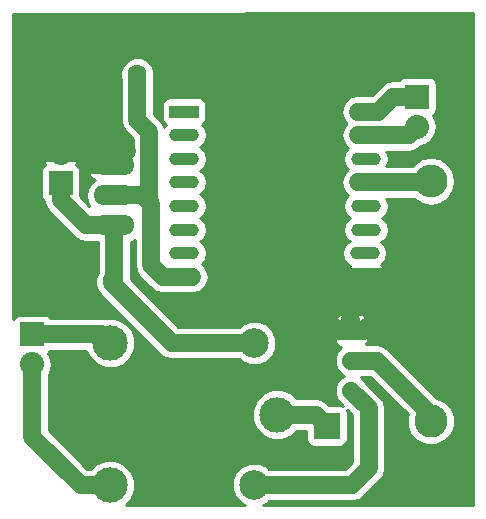
<source format=gbr>
G04 #@! TF.FileFunction,Copper,L2,Bot,Signal*
%FSLAX46Y46*%
G04 Gerber Fmt 4.6, Leading zero omitted, Abs format (unit mm)*
G04 Created by KiCad (PCBNEW 4.0.2+dfsg1-stable) date mar 17 ene 2017 15:42:20 COT*
%MOMM*%
G01*
G04 APERTURE LIST*
%ADD10C,0.100000*%
%ADD11R,2.500000X1.100000*%
%ADD12O,2.500000X1.100000*%
%ADD13C,1.600000*%
%ADD14R,2.032000X2.032000*%
%ADD15O,2.032000X2.032000*%
%ADD16C,2.500000*%
%ADD17C,3.000000*%
%ADD18R,2.235200X2.235200*%
%ADD19C,1.524000*%
%ADD20R,1.524000X1.524000*%
%ADD21C,2.800000*%
%ADD22O,2.800000X2.800000*%
%ADD23O,3.500120X1.699260*%
%ADD24C,1.500000*%
%ADD25C,0.254000*%
G04 APERTURE END LIST*
D10*
D11*
X187260000Y-91440000D03*
D12*
X187260000Y-93440000D03*
X187260000Y-95440000D03*
X187260000Y-97440000D03*
X187260000Y-99440000D03*
X187260000Y-101440000D03*
X187260000Y-103440000D03*
X187260000Y-105440000D03*
X202660000Y-105440000D03*
X202560000Y-103440000D03*
X202660000Y-101440000D03*
X202660000Y-99440000D03*
X202660000Y-97440000D03*
X202660000Y-95440000D03*
X202660000Y-93440000D03*
X202660000Y-91440000D03*
D13*
X181150000Y-105800000D03*
X176150000Y-105800000D03*
X183300000Y-88300000D03*
X178300000Y-88300000D03*
D14*
X176800000Y-97500000D03*
D15*
X176800000Y-94960000D03*
D14*
X207010000Y-90170000D03*
D15*
X207010000Y-92710000D03*
D16*
X193200000Y-111050000D03*
D17*
X181000000Y-111050000D03*
X180950000Y-123100000D03*
D16*
X193200000Y-123050000D03*
D17*
X195150000Y-117100000D03*
D14*
X174400000Y-110300000D03*
D15*
X174400000Y-112840000D03*
D18*
X199350000Y-118050000D03*
D19*
X201400000Y-112540000D03*
X201400000Y-115080000D03*
D20*
X201400000Y-110000000D03*
D21*
X208150000Y-117650000D03*
D22*
X208150000Y-97330000D03*
D23*
X181350000Y-98550000D03*
X181350000Y-96010000D03*
X181350000Y-101090000D03*
D24*
X181150000Y-105800000D02*
X181150000Y-106000000D01*
X181150000Y-106000000D02*
X186200000Y-111050000D01*
X186200000Y-111050000D02*
X193200000Y-111050000D01*
X181350000Y-101090000D02*
X178940000Y-101090000D01*
X176800000Y-98950000D02*
X176800000Y-97500000D01*
X178940000Y-101090000D02*
X176800000Y-98950000D01*
X181350000Y-101090000D02*
X181350000Y-105600000D01*
X181350000Y-105600000D02*
X181150000Y-105800000D01*
X201960000Y-105440000D02*
X202690000Y-105440000D01*
X202690000Y-105440000D02*
X203400000Y-106150000D01*
X203400000Y-106150000D02*
X203400000Y-105440000D01*
X201960000Y-105440000D02*
X203400000Y-105440000D01*
X203400000Y-105440000D02*
X204090000Y-105440000D01*
X204090000Y-105440000D02*
X204350000Y-105700000D01*
X201960000Y-105440000D02*
X200840000Y-105440000D01*
X200840000Y-105440000D02*
X200750000Y-105350000D01*
X201960000Y-105440000D02*
X201960000Y-106060000D01*
X201960000Y-106060000D02*
X202450000Y-106550000D01*
X201400000Y-110000000D02*
X202450000Y-110000000D01*
X202450000Y-110000000D02*
X202750000Y-109700000D01*
X201400000Y-110000000D02*
X200300000Y-110000000D01*
X200300000Y-110000000D02*
X200100000Y-109800000D01*
X201400000Y-110000000D02*
X201400000Y-109050000D01*
X201350000Y-109000000D02*
X201300000Y-109000000D01*
X201400000Y-109050000D02*
X201350000Y-109000000D01*
X176150000Y-105800000D02*
X177750000Y-105800000D01*
X177750000Y-105800000D02*
X177850000Y-105900000D01*
X176150000Y-105800000D02*
X174750000Y-105800000D01*
X174750000Y-105800000D02*
X174700000Y-105850000D01*
X176150000Y-105800000D02*
X176150000Y-106850000D01*
X176150000Y-106850000D02*
X175900000Y-107100000D01*
X176150000Y-105800000D02*
X176150000Y-104850000D01*
X176150000Y-104850000D02*
X176250000Y-104750000D01*
X181350000Y-96010000D02*
X181350000Y-95850000D01*
X181350000Y-95850000D02*
X182400000Y-94800000D01*
X182400000Y-94800000D02*
X182400000Y-94750000D01*
X176800000Y-94960000D02*
X176800000Y-94950000D01*
X176800000Y-94950000D02*
X175750000Y-93900000D01*
X176800000Y-94950000D02*
X177800000Y-93950000D01*
X181350000Y-96010000D02*
X181010000Y-96010000D01*
X181010000Y-96010000D02*
X179750000Y-94750000D01*
X181350000Y-96010000D02*
X179260000Y-96010000D01*
X179260000Y-96010000D02*
X179100000Y-95850000D01*
X181350000Y-96010000D02*
X181350000Y-94800000D01*
X181350000Y-94800000D02*
X181700000Y-94450000D01*
X176800000Y-94960000D02*
X175710000Y-94960000D01*
X175710000Y-94960000D02*
X175550000Y-94800000D01*
X176800000Y-94960000D02*
X176800000Y-93550000D01*
X176800000Y-93550000D02*
X176700000Y-93450000D01*
X176800000Y-94960000D02*
X178190000Y-94960000D01*
X178190000Y-94960000D02*
X178250000Y-94900000D01*
X178300000Y-88300000D02*
X177300000Y-88300000D01*
X177300000Y-88300000D02*
X177200000Y-88400000D01*
X178300000Y-88300000D02*
X178300000Y-86750000D01*
X178300000Y-88300000D02*
X179200000Y-88300000D01*
X179200000Y-88300000D02*
X179350000Y-88150000D01*
X178300000Y-88300000D02*
X178300000Y-89450000D01*
X178300000Y-89450000D02*
X178400000Y-89550000D01*
X183300000Y-88300000D02*
X183300000Y-92200000D01*
X184300000Y-99100000D02*
X184450000Y-99250000D01*
X184300000Y-93200000D02*
X184300000Y-99100000D01*
X183300000Y-92200000D02*
X184300000Y-93200000D01*
X187960000Y-105440000D02*
X185440000Y-105440000D01*
X183750000Y-98550000D02*
X181350000Y-98550000D01*
X184450000Y-99250000D02*
X183750000Y-98550000D01*
X184450000Y-104450000D02*
X184450000Y-99250000D01*
X185440000Y-105440000D02*
X184450000Y-104450000D01*
X201960000Y-91440000D02*
X203710000Y-91440000D01*
X203710000Y-91440000D02*
X204980000Y-90170000D01*
X204980000Y-90170000D02*
X207010000Y-90170000D01*
X201960000Y-93440000D02*
X206280000Y-93440000D01*
X206280000Y-93440000D02*
X207010000Y-92710000D01*
X174400000Y-110300000D02*
X180250000Y-110300000D01*
X180250000Y-110300000D02*
X181000000Y-111050000D01*
X180950000Y-123100000D02*
X178500000Y-123100000D01*
X174400000Y-119000000D02*
X174400000Y-112840000D01*
X178500000Y-123100000D02*
X174400000Y-119000000D01*
X193200000Y-123050000D02*
X201500000Y-123050000D01*
X202900000Y-116580000D02*
X201400000Y-115080000D01*
X202900000Y-121650000D02*
X202900000Y-116580000D01*
X201500000Y-123050000D02*
X202900000Y-121650000D01*
X195150000Y-117100000D02*
X198400000Y-117100000D01*
X198400000Y-117100000D02*
X199350000Y-118050000D01*
X208150000Y-117650000D02*
X208150000Y-117100000D01*
X208150000Y-117100000D02*
X203590000Y-112540000D01*
X203590000Y-112540000D02*
X201400000Y-112540000D01*
X201960000Y-97440000D02*
X208040000Y-97440000D01*
X208040000Y-97440000D02*
X208150000Y-97330000D01*
D25*
G36*
X211765000Y-124765000D02*
X193985526Y-124765000D01*
X194266372Y-124648957D01*
X194480703Y-124435000D01*
X201500000Y-124435000D01*
X202030017Y-124329573D01*
X202479343Y-124029343D01*
X203879343Y-122629343D01*
X203952415Y-122519983D01*
X204179573Y-122180017D01*
X204285000Y-121650000D01*
X204285000Y-116580000D01*
X204179573Y-116049983D01*
X203879343Y-115600657D01*
X202596718Y-114318032D01*
X202585010Y-114289697D01*
X202220949Y-113925000D01*
X203016314Y-113925000D01*
X206179726Y-117088412D01*
X206115354Y-117243438D01*
X206114648Y-118053011D01*
X206423805Y-118801229D01*
X206995760Y-119374183D01*
X207743438Y-119684646D01*
X208553011Y-119685352D01*
X209301229Y-119376195D01*
X209874183Y-118804240D01*
X210184646Y-118056562D01*
X210185352Y-117246989D01*
X209876195Y-116498771D01*
X209304240Y-115925817D01*
X208671956Y-115663270D01*
X204569343Y-111560657D01*
X204363781Y-111423305D01*
X204120017Y-111260427D01*
X203590000Y-111155000D01*
X202667026Y-111155000D01*
X202700327Y-111121699D01*
X202797000Y-110888310D01*
X202797000Y-110285750D01*
X202638250Y-110127000D01*
X201527000Y-110127000D01*
X201527000Y-110147000D01*
X201273000Y-110147000D01*
X201273000Y-110127000D01*
X200161750Y-110127000D01*
X200003000Y-110285750D01*
X200003000Y-110888310D01*
X200099673Y-111121699D01*
X200278302Y-111300327D01*
X200511691Y-111397000D01*
X200567614Y-111397000D01*
X200216371Y-111747630D01*
X200003243Y-112260900D01*
X200002758Y-112816661D01*
X200214990Y-113330303D01*
X200607630Y-113723629D01*
X200815512Y-113809949D01*
X200609697Y-113894990D01*
X200216371Y-114287630D01*
X200003243Y-114800900D01*
X200002758Y-115356661D01*
X200214990Y-115870303D01*
X200607630Y-116263629D01*
X200637237Y-116275923D01*
X200691644Y-116330330D01*
X200467600Y-116284960D01*
X199543646Y-116284960D01*
X199379343Y-116120657D01*
X199087744Y-115925817D01*
X198930017Y-115820427D01*
X198400000Y-115715000D01*
X196784129Y-115715000D01*
X196360959Y-115291091D01*
X195576541Y-114965372D01*
X194727185Y-114964630D01*
X193942200Y-115288980D01*
X193341091Y-115889041D01*
X193015372Y-116673459D01*
X193014630Y-117522815D01*
X193338980Y-118307800D01*
X193939041Y-118908909D01*
X194723459Y-119234628D01*
X195572815Y-119235370D01*
X196357800Y-118911020D01*
X196784564Y-118485000D01*
X197584960Y-118485000D01*
X197584960Y-119167600D01*
X197629238Y-119402917D01*
X197768310Y-119619041D01*
X197980510Y-119764031D01*
X198232400Y-119815040D01*
X200467600Y-119815040D01*
X200702917Y-119770762D01*
X200919041Y-119631690D01*
X201064031Y-119419490D01*
X201115040Y-119167600D01*
X201115040Y-116932400D01*
X201073628Y-116712314D01*
X201515000Y-117153686D01*
X201515000Y-121076314D01*
X200926314Y-121665000D01*
X194480884Y-121665000D01*
X194269161Y-121452907D01*
X193576595Y-121165328D01*
X192826695Y-121164674D01*
X192133628Y-121451043D01*
X191602907Y-121980839D01*
X191315328Y-122673405D01*
X191314674Y-123423305D01*
X191601043Y-124116372D01*
X192130839Y-124647093D01*
X192414790Y-124765000D01*
X182304075Y-124765000D01*
X182758909Y-124310959D01*
X183084628Y-123526541D01*
X183085370Y-122677185D01*
X182761020Y-121892200D01*
X182160959Y-121291091D01*
X181376541Y-120965372D01*
X180527185Y-120964630D01*
X179742200Y-121288980D01*
X179315436Y-121715000D01*
X179073686Y-121715000D01*
X175785000Y-118426314D01*
X175785000Y-113714166D01*
X175925325Y-113504155D01*
X176051000Y-112872345D01*
X176051000Y-112807655D01*
X175925325Y-112175845D01*
X175722996Y-111873038D01*
X175867441Y-111780090D01*
X175932413Y-111685000D01*
X178952303Y-111685000D01*
X179188980Y-112257800D01*
X179789041Y-112858909D01*
X180573459Y-113184628D01*
X181422815Y-113185370D01*
X182207800Y-112861020D01*
X182808909Y-112260959D01*
X183134628Y-111476541D01*
X183135370Y-110627185D01*
X182811020Y-109842200D01*
X182210959Y-109241091D01*
X181426541Y-108915372D01*
X180577185Y-108914630D01*
X180470257Y-108958812D01*
X180250000Y-108915000D01*
X175933139Y-108915000D01*
X175880090Y-108832559D01*
X175667890Y-108687569D01*
X175416000Y-108636560D01*
X173384000Y-108636560D01*
X173148683Y-108680838D01*
X172932559Y-108819910D01*
X172787569Y-109032110D01*
X172785000Y-109044796D01*
X172785000Y-106807745D01*
X175321861Y-106807745D01*
X175395995Y-107053864D01*
X175933223Y-107246965D01*
X176503454Y-107219778D01*
X176904005Y-107053864D01*
X176978139Y-106807745D01*
X176150000Y-105979605D01*
X175321861Y-106807745D01*
X172785000Y-106807745D01*
X172785000Y-105583223D01*
X174703035Y-105583223D01*
X174730222Y-106153454D01*
X174896136Y-106554005D01*
X175142255Y-106628139D01*
X175970395Y-105800000D01*
X176329605Y-105800000D01*
X177157745Y-106628139D01*
X177403864Y-106554005D01*
X177596965Y-106016777D01*
X177569778Y-105446546D01*
X177403864Y-105045995D01*
X177157745Y-104971861D01*
X176329605Y-105800000D01*
X175970395Y-105800000D01*
X175142255Y-104971861D01*
X174896136Y-105045995D01*
X174703035Y-105583223D01*
X172785000Y-105583223D01*
X172785000Y-104792255D01*
X175321861Y-104792255D01*
X176150000Y-105620395D01*
X176978139Y-104792255D01*
X176904005Y-104546136D01*
X176366777Y-104353035D01*
X175796546Y-104380222D01*
X175395995Y-104546136D01*
X175321861Y-104792255D01*
X172785000Y-104792255D01*
X172785000Y-96484000D01*
X175136560Y-96484000D01*
X175136560Y-98516000D01*
X175180838Y-98751317D01*
X175319910Y-98967441D01*
X175433971Y-99045376D01*
X175520427Y-99480017D01*
X175620654Y-99630017D01*
X175820657Y-99929343D01*
X177960657Y-102069343D01*
X178409983Y-102369573D01*
X178940000Y-102475000D01*
X179901972Y-102475000D01*
X179965000Y-102487537D01*
X179965000Y-104955307D01*
X179934176Y-104986077D01*
X179715250Y-105513309D01*
X179714752Y-106084187D01*
X179843935Y-106396835D01*
X179870427Y-106530017D01*
X180103993Y-106879573D01*
X180170657Y-106979343D01*
X185220657Y-112029343D01*
X185669983Y-112329573D01*
X186200000Y-112435000D01*
X191919116Y-112435000D01*
X192130839Y-112647093D01*
X192823405Y-112934672D01*
X193573305Y-112935326D01*
X194266372Y-112648957D01*
X194797093Y-112119161D01*
X195084672Y-111426595D01*
X195085326Y-110676695D01*
X194798957Y-109983628D01*
X194269161Y-109452907D01*
X193576595Y-109165328D01*
X192826695Y-109164674D01*
X192133628Y-109451043D01*
X191919297Y-109665000D01*
X186773686Y-109665000D01*
X186220376Y-109111690D01*
X200003000Y-109111690D01*
X200003000Y-109714250D01*
X200161750Y-109873000D01*
X201273000Y-109873000D01*
X201273000Y-108761750D01*
X201527000Y-108761750D01*
X201527000Y-109873000D01*
X202638250Y-109873000D01*
X202797000Y-109714250D01*
X202797000Y-109111690D01*
X202700327Y-108878301D01*
X202521698Y-108699673D01*
X202288309Y-108603000D01*
X201685750Y-108603000D01*
X201527000Y-108761750D01*
X201273000Y-108761750D01*
X201114250Y-108603000D01*
X200511691Y-108603000D01*
X200278302Y-108699673D01*
X200099673Y-108878301D01*
X200003000Y-109111690D01*
X186220376Y-109111690D01*
X182730634Y-105621948D01*
X182735000Y-105600000D01*
X182735000Y-102487537D01*
X182865299Y-102461619D01*
X183065000Y-102328183D01*
X183065000Y-104450000D01*
X183170427Y-104980017D01*
X183364176Y-105269983D01*
X183470657Y-105429343D01*
X184460657Y-106419343D01*
X184909983Y-106719573D01*
X185440000Y-106825000D01*
X187960000Y-106825000D01*
X188490017Y-106719573D01*
X188939343Y-106419343D01*
X189239573Y-105970017D01*
X189283388Y-105749744D01*
X200816197Y-105749744D01*
X200816602Y-105776146D01*
X201032276Y-106188118D01*
X201389187Y-106486196D01*
X201833000Y-106625000D01*
X202533000Y-106625000D01*
X202533000Y-105567000D01*
X202787000Y-105567000D01*
X202787000Y-106625000D01*
X203487000Y-106625000D01*
X203930813Y-106486196D01*
X204287724Y-106188118D01*
X204503398Y-105776146D01*
X204503803Y-105749744D01*
X204378361Y-105567000D01*
X202787000Y-105567000D01*
X202533000Y-105567000D01*
X200941639Y-105567000D01*
X200816197Y-105749744D01*
X189283388Y-105749744D01*
X189345000Y-105440000D01*
X189239573Y-104909983D01*
X188939343Y-104460657D01*
X188750356Y-104334380D01*
X188834851Y-104277922D01*
X189091726Y-103893480D01*
X189181929Y-103440000D01*
X189091726Y-102986520D01*
X188834851Y-102602078D01*
X188592283Y-102440000D01*
X188834851Y-102277922D01*
X189091726Y-101893480D01*
X189181929Y-101440000D01*
X189091726Y-100986520D01*
X188834851Y-100602078D01*
X188592283Y-100440000D01*
X188834851Y-100277922D01*
X189091726Y-99893480D01*
X189181929Y-99440000D01*
X189091726Y-98986520D01*
X188834851Y-98602078D01*
X188592283Y-98440000D01*
X188834851Y-98277922D01*
X189091726Y-97893480D01*
X189181929Y-97440000D01*
X189091726Y-96986520D01*
X188834851Y-96602078D01*
X188592283Y-96440000D01*
X188834851Y-96277922D01*
X189091726Y-95893480D01*
X189181929Y-95440000D01*
X189091726Y-94986520D01*
X188834851Y-94602078D01*
X188592283Y-94440000D01*
X188834851Y-94277922D01*
X189091726Y-93893480D01*
X189181929Y-93440000D01*
X189091726Y-92986520D01*
X188834851Y-92602078D01*
X188784129Y-92568187D01*
X188961441Y-92454090D01*
X189106431Y-92241890D01*
X189157440Y-91990000D01*
X189157440Y-91440000D01*
X200575000Y-91440000D01*
X200680427Y-91970017D01*
X200980657Y-92419343D01*
X201011572Y-92440000D01*
X200980657Y-92460657D01*
X200680427Y-92909983D01*
X200575000Y-93440000D01*
X200680427Y-93970017D01*
X200980657Y-94419343D01*
X201169644Y-94545620D01*
X201085149Y-94602078D01*
X200828274Y-94986520D01*
X200738071Y-95440000D01*
X200828274Y-95893480D01*
X201085149Y-96277922D01*
X201169644Y-96334380D01*
X200980657Y-96460657D01*
X200680427Y-96909983D01*
X200575000Y-97440000D01*
X200680427Y-97970017D01*
X200980657Y-98419343D01*
X201169644Y-98545620D01*
X201085149Y-98602078D01*
X200828274Y-98986520D01*
X200738071Y-99440000D01*
X200828274Y-99893480D01*
X201085149Y-100277922D01*
X201327717Y-100440000D01*
X201085149Y-100602078D01*
X200828274Y-100986520D01*
X200738071Y-101440000D01*
X200828274Y-101893480D01*
X201085149Y-102277922D01*
X201277717Y-102406591D01*
X200985149Y-102602078D01*
X200728274Y-102986520D01*
X200638071Y-103440000D01*
X200728274Y-103893480D01*
X200985149Y-104277922D01*
X201286691Y-104479405D01*
X201032276Y-104691882D01*
X200816602Y-105103854D01*
X200816197Y-105130256D01*
X200941639Y-105313000D01*
X202533000Y-105313000D01*
X202533000Y-105293000D01*
X202787000Y-105293000D01*
X202787000Y-105313000D01*
X204378361Y-105313000D01*
X204503803Y-105130256D01*
X204503398Y-105103854D01*
X204287724Y-104691882D01*
X203944417Y-104405165D01*
X204134851Y-104277922D01*
X204391726Y-103893480D01*
X204481929Y-103440000D01*
X204391726Y-102986520D01*
X204134851Y-102602078D01*
X203942283Y-102473409D01*
X204234851Y-102277922D01*
X204491726Y-101893480D01*
X204581929Y-101440000D01*
X204491726Y-100986520D01*
X204234851Y-100602078D01*
X203992283Y-100440000D01*
X204234851Y-100277922D01*
X204491726Y-99893480D01*
X204581929Y-99440000D01*
X204491726Y-98986520D01*
X204383802Y-98825000D01*
X206735238Y-98825000D01*
X207371239Y-99249963D01*
X208150000Y-99404868D01*
X208928761Y-99249963D01*
X209588962Y-98808830D01*
X210030095Y-98148629D01*
X210185000Y-97369868D01*
X210185000Y-97290132D01*
X210030095Y-96511371D01*
X209588962Y-95851170D01*
X208928761Y-95410037D01*
X208150000Y-95255132D01*
X207371239Y-95410037D01*
X206711038Y-95851170D01*
X206574843Y-96055000D01*
X204383802Y-96055000D01*
X204491726Y-95893480D01*
X204581929Y-95440000D01*
X204491726Y-94986520D01*
X204383802Y-94825000D01*
X206280000Y-94825000D01*
X206810017Y-94719573D01*
X207259343Y-94419343D01*
X207353709Y-94324977D01*
X207641810Y-94267670D01*
X208177433Y-93909778D01*
X208535325Y-93374155D01*
X208661000Y-92742345D01*
X208661000Y-92677655D01*
X208535325Y-92045845D01*
X208332996Y-91743038D01*
X208477441Y-91650090D01*
X208622431Y-91437890D01*
X208673440Y-91186000D01*
X208673440Y-89154000D01*
X208629162Y-88918683D01*
X208490090Y-88702559D01*
X208277890Y-88557569D01*
X208026000Y-88506560D01*
X205994000Y-88506560D01*
X205758683Y-88550838D01*
X205542559Y-88689910D01*
X205477587Y-88785000D01*
X204980000Y-88785000D01*
X204449983Y-88890427D01*
X204118675Y-89111800D01*
X204000657Y-89190657D01*
X203136314Y-90055000D01*
X201960000Y-90055000D01*
X201429983Y-90160427D01*
X200980657Y-90460657D01*
X200680427Y-90909983D01*
X200575000Y-91440000D01*
X189157440Y-91440000D01*
X189157440Y-90890000D01*
X189113162Y-90654683D01*
X188974090Y-90438559D01*
X188761890Y-90293569D01*
X188510000Y-90242560D01*
X186010000Y-90242560D01*
X185774683Y-90286838D01*
X185558559Y-90425910D01*
X185413569Y-90638110D01*
X185362560Y-90890000D01*
X185362560Y-91990000D01*
X185406838Y-92225317D01*
X185545910Y-92441441D01*
X185733615Y-92569694D01*
X185685149Y-92602078D01*
X185593384Y-92739414D01*
X185579574Y-92669984D01*
X185279343Y-92220657D01*
X184685000Y-91626314D01*
X184685000Y-88706502D01*
X184734750Y-88586691D01*
X184735248Y-88015813D01*
X184517243Y-87488200D01*
X184113923Y-87084176D01*
X183586691Y-86865250D01*
X183015813Y-86864752D01*
X182488200Y-87082757D01*
X182084176Y-87486077D01*
X181865250Y-88013309D01*
X181864752Y-88584187D01*
X181915000Y-88705797D01*
X181915000Y-92200000D01*
X182020427Y-92730017D01*
X182140677Y-92909984D01*
X182320657Y-93179343D01*
X182915000Y-93773686D01*
X182915000Y-94680932D01*
X182377430Y-94525370D01*
X181477000Y-94525370D01*
X181477000Y-95883000D01*
X181497000Y-95883000D01*
X181497000Y-96137000D01*
X181477000Y-96137000D01*
X181477000Y-96157000D01*
X181223000Y-96157000D01*
X181223000Y-96137000D01*
X179129786Y-96137000D01*
X179008460Y-96366832D01*
X179029351Y-96460810D01*
X179309976Y-96969989D01*
X179690873Y-97274484D01*
X179353052Y-97500208D01*
X179031225Y-97981857D01*
X178918214Y-98550000D01*
X179031225Y-99118143D01*
X179241443Y-99432757D01*
X178440073Y-98631387D01*
X178463440Y-98516000D01*
X178463440Y-96484000D01*
X178419162Y-96248683D01*
X178280090Y-96032559D01*
X178133128Y-95932144D01*
X178137188Y-95928379D01*
X178263548Y-95653168D01*
X179008460Y-95653168D01*
X179129786Y-95883000D01*
X181223000Y-95883000D01*
X181223000Y-94525370D01*
X180322570Y-94525370D01*
X179764094Y-94686982D01*
X179309976Y-95050011D01*
X179029351Y-95559190D01*
X179008460Y-95653168D01*
X178263548Y-95653168D01*
X178405983Y-95342946D01*
X178287367Y-95087000D01*
X176927000Y-95087000D01*
X176927000Y-95107000D01*
X176673000Y-95107000D01*
X176673000Y-95087000D01*
X175312633Y-95087000D01*
X175194017Y-95342946D01*
X175462812Y-95928379D01*
X175467724Y-95932934D01*
X175332559Y-96019910D01*
X175187569Y-96232110D01*
X175136560Y-96484000D01*
X172785000Y-96484000D01*
X172785000Y-94577054D01*
X175194017Y-94577054D01*
X175312633Y-94833000D01*
X176673000Y-94833000D01*
X176673000Y-93473164D01*
X176927000Y-93473164D01*
X176927000Y-94833000D01*
X178287367Y-94833000D01*
X178405983Y-94577054D01*
X178137188Y-93991621D01*
X177664818Y-93553615D01*
X177182944Y-93354025D01*
X176927000Y-93473164D01*
X176673000Y-93473164D01*
X176417056Y-93354025D01*
X175935182Y-93553615D01*
X175462812Y-93991621D01*
X175194017Y-94577054D01*
X172785000Y-94577054D01*
X172785000Y-89307745D01*
X177471861Y-89307745D01*
X177545995Y-89553864D01*
X178083223Y-89746965D01*
X178653454Y-89719778D01*
X179054005Y-89553864D01*
X179128139Y-89307745D01*
X178300000Y-88479605D01*
X177471861Y-89307745D01*
X172785000Y-89307745D01*
X172785000Y-88083223D01*
X176853035Y-88083223D01*
X176880222Y-88653454D01*
X177046136Y-89054005D01*
X177292255Y-89128139D01*
X178120395Y-88300000D01*
X178479605Y-88300000D01*
X179307745Y-89128139D01*
X179553864Y-89054005D01*
X179746965Y-88516777D01*
X179719778Y-87946546D01*
X179553864Y-87545995D01*
X179307745Y-87471861D01*
X178479605Y-88300000D01*
X178120395Y-88300000D01*
X177292255Y-87471861D01*
X177046136Y-87545995D01*
X176853035Y-88083223D01*
X172785000Y-88083223D01*
X172785000Y-87292255D01*
X177471861Y-87292255D01*
X178300000Y-88120395D01*
X179128139Y-87292255D01*
X179054005Y-87046136D01*
X178516777Y-86853035D01*
X177946546Y-86880222D01*
X177545995Y-87046136D01*
X177471861Y-87292255D01*
X172785000Y-87292255D01*
X172785000Y-83176955D01*
X211765000Y-83127172D01*
X211765000Y-124765000D01*
X211765000Y-124765000D01*
G37*
X211765000Y-124765000D02*
X193985526Y-124765000D01*
X194266372Y-124648957D01*
X194480703Y-124435000D01*
X201500000Y-124435000D01*
X202030017Y-124329573D01*
X202479343Y-124029343D01*
X203879343Y-122629343D01*
X203952415Y-122519983D01*
X204179573Y-122180017D01*
X204285000Y-121650000D01*
X204285000Y-116580000D01*
X204179573Y-116049983D01*
X203879343Y-115600657D01*
X202596718Y-114318032D01*
X202585010Y-114289697D01*
X202220949Y-113925000D01*
X203016314Y-113925000D01*
X206179726Y-117088412D01*
X206115354Y-117243438D01*
X206114648Y-118053011D01*
X206423805Y-118801229D01*
X206995760Y-119374183D01*
X207743438Y-119684646D01*
X208553011Y-119685352D01*
X209301229Y-119376195D01*
X209874183Y-118804240D01*
X210184646Y-118056562D01*
X210185352Y-117246989D01*
X209876195Y-116498771D01*
X209304240Y-115925817D01*
X208671956Y-115663270D01*
X204569343Y-111560657D01*
X204363781Y-111423305D01*
X204120017Y-111260427D01*
X203590000Y-111155000D01*
X202667026Y-111155000D01*
X202700327Y-111121699D01*
X202797000Y-110888310D01*
X202797000Y-110285750D01*
X202638250Y-110127000D01*
X201527000Y-110127000D01*
X201527000Y-110147000D01*
X201273000Y-110147000D01*
X201273000Y-110127000D01*
X200161750Y-110127000D01*
X200003000Y-110285750D01*
X200003000Y-110888310D01*
X200099673Y-111121699D01*
X200278302Y-111300327D01*
X200511691Y-111397000D01*
X200567614Y-111397000D01*
X200216371Y-111747630D01*
X200003243Y-112260900D01*
X200002758Y-112816661D01*
X200214990Y-113330303D01*
X200607630Y-113723629D01*
X200815512Y-113809949D01*
X200609697Y-113894990D01*
X200216371Y-114287630D01*
X200003243Y-114800900D01*
X200002758Y-115356661D01*
X200214990Y-115870303D01*
X200607630Y-116263629D01*
X200637237Y-116275923D01*
X200691644Y-116330330D01*
X200467600Y-116284960D01*
X199543646Y-116284960D01*
X199379343Y-116120657D01*
X199087744Y-115925817D01*
X198930017Y-115820427D01*
X198400000Y-115715000D01*
X196784129Y-115715000D01*
X196360959Y-115291091D01*
X195576541Y-114965372D01*
X194727185Y-114964630D01*
X193942200Y-115288980D01*
X193341091Y-115889041D01*
X193015372Y-116673459D01*
X193014630Y-117522815D01*
X193338980Y-118307800D01*
X193939041Y-118908909D01*
X194723459Y-119234628D01*
X195572815Y-119235370D01*
X196357800Y-118911020D01*
X196784564Y-118485000D01*
X197584960Y-118485000D01*
X197584960Y-119167600D01*
X197629238Y-119402917D01*
X197768310Y-119619041D01*
X197980510Y-119764031D01*
X198232400Y-119815040D01*
X200467600Y-119815040D01*
X200702917Y-119770762D01*
X200919041Y-119631690D01*
X201064031Y-119419490D01*
X201115040Y-119167600D01*
X201115040Y-116932400D01*
X201073628Y-116712314D01*
X201515000Y-117153686D01*
X201515000Y-121076314D01*
X200926314Y-121665000D01*
X194480884Y-121665000D01*
X194269161Y-121452907D01*
X193576595Y-121165328D01*
X192826695Y-121164674D01*
X192133628Y-121451043D01*
X191602907Y-121980839D01*
X191315328Y-122673405D01*
X191314674Y-123423305D01*
X191601043Y-124116372D01*
X192130839Y-124647093D01*
X192414790Y-124765000D01*
X182304075Y-124765000D01*
X182758909Y-124310959D01*
X183084628Y-123526541D01*
X183085370Y-122677185D01*
X182761020Y-121892200D01*
X182160959Y-121291091D01*
X181376541Y-120965372D01*
X180527185Y-120964630D01*
X179742200Y-121288980D01*
X179315436Y-121715000D01*
X179073686Y-121715000D01*
X175785000Y-118426314D01*
X175785000Y-113714166D01*
X175925325Y-113504155D01*
X176051000Y-112872345D01*
X176051000Y-112807655D01*
X175925325Y-112175845D01*
X175722996Y-111873038D01*
X175867441Y-111780090D01*
X175932413Y-111685000D01*
X178952303Y-111685000D01*
X179188980Y-112257800D01*
X179789041Y-112858909D01*
X180573459Y-113184628D01*
X181422815Y-113185370D01*
X182207800Y-112861020D01*
X182808909Y-112260959D01*
X183134628Y-111476541D01*
X183135370Y-110627185D01*
X182811020Y-109842200D01*
X182210959Y-109241091D01*
X181426541Y-108915372D01*
X180577185Y-108914630D01*
X180470257Y-108958812D01*
X180250000Y-108915000D01*
X175933139Y-108915000D01*
X175880090Y-108832559D01*
X175667890Y-108687569D01*
X175416000Y-108636560D01*
X173384000Y-108636560D01*
X173148683Y-108680838D01*
X172932559Y-108819910D01*
X172787569Y-109032110D01*
X172785000Y-109044796D01*
X172785000Y-106807745D01*
X175321861Y-106807745D01*
X175395995Y-107053864D01*
X175933223Y-107246965D01*
X176503454Y-107219778D01*
X176904005Y-107053864D01*
X176978139Y-106807745D01*
X176150000Y-105979605D01*
X175321861Y-106807745D01*
X172785000Y-106807745D01*
X172785000Y-105583223D01*
X174703035Y-105583223D01*
X174730222Y-106153454D01*
X174896136Y-106554005D01*
X175142255Y-106628139D01*
X175970395Y-105800000D01*
X176329605Y-105800000D01*
X177157745Y-106628139D01*
X177403864Y-106554005D01*
X177596965Y-106016777D01*
X177569778Y-105446546D01*
X177403864Y-105045995D01*
X177157745Y-104971861D01*
X176329605Y-105800000D01*
X175970395Y-105800000D01*
X175142255Y-104971861D01*
X174896136Y-105045995D01*
X174703035Y-105583223D01*
X172785000Y-105583223D01*
X172785000Y-104792255D01*
X175321861Y-104792255D01*
X176150000Y-105620395D01*
X176978139Y-104792255D01*
X176904005Y-104546136D01*
X176366777Y-104353035D01*
X175796546Y-104380222D01*
X175395995Y-104546136D01*
X175321861Y-104792255D01*
X172785000Y-104792255D01*
X172785000Y-96484000D01*
X175136560Y-96484000D01*
X175136560Y-98516000D01*
X175180838Y-98751317D01*
X175319910Y-98967441D01*
X175433971Y-99045376D01*
X175520427Y-99480017D01*
X175620654Y-99630017D01*
X175820657Y-99929343D01*
X177960657Y-102069343D01*
X178409983Y-102369573D01*
X178940000Y-102475000D01*
X179901972Y-102475000D01*
X179965000Y-102487537D01*
X179965000Y-104955307D01*
X179934176Y-104986077D01*
X179715250Y-105513309D01*
X179714752Y-106084187D01*
X179843935Y-106396835D01*
X179870427Y-106530017D01*
X180103993Y-106879573D01*
X180170657Y-106979343D01*
X185220657Y-112029343D01*
X185669983Y-112329573D01*
X186200000Y-112435000D01*
X191919116Y-112435000D01*
X192130839Y-112647093D01*
X192823405Y-112934672D01*
X193573305Y-112935326D01*
X194266372Y-112648957D01*
X194797093Y-112119161D01*
X195084672Y-111426595D01*
X195085326Y-110676695D01*
X194798957Y-109983628D01*
X194269161Y-109452907D01*
X193576595Y-109165328D01*
X192826695Y-109164674D01*
X192133628Y-109451043D01*
X191919297Y-109665000D01*
X186773686Y-109665000D01*
X186220376Y-109111690D01*
X200003000Y-109111690D01*
X200003000Y-109714250D01*
X200161750Y-109873000D01*
X201273000Y-109873000D01*
X201273000Y-108761750D01*
X201527000Y-108761750D01*
X201527000Y-109873000D01*
X202638250Y-109873000D01*
X202797000Y-109714250D01*
X202797000Y-109111690D01*
X202700327Y-108878301D01*
X202521698Y-108699673D01*
X202288309Y-108603000D01*
X201685750Y-108603000D01*
X201527000Y-108761750D01*
X201273000Y-108761750D01*
X201114250Y-108603000D01*
X200511691Y-108603000D01*
X200278302Y-108699673D01*
X200099673Y-108878301D01*
X200003000Y-109111690D01*
X186220376Y-109111690D01*
X182730634Y-105621948D01*
X182735000Y-105600000D01*
X182735000Y-102487537D01*
X182865299Y-102461619D01*
X183065000Y-102328183D01*
X183065000Y-104450000D01*
X183170427Y-104980017D01*
X183364176Y-105269983D01*
X183470657Y-105429343D01*
X184460657Y-106419343D01*
X184909983Y-106719573D01*
X185440000Y-106825000D01*
X187960000Y-106825000D01*
X188490017Y-106719573D01*
X188939343Y-106419343D01*
X189239573Y-105970017D01*
X189283388Y-105749744D01*
X200816197Y-105749744D01*
X200816602Y-105776146D01*
X201032276Y-106188118D01*
X201389187Y-106486196D01*
X201833000Y-106625000D01*
X202533000Y-106625000D01*
X202533000Y-105567000D01*
X202787000Y-105567000D01*
X202787000Y-106625000D01*
X203487000Y-106625000D01*
X203930813Y-106486196D01*
X204287724Y-106188118D01*
X204503398Y-105776146D01*
X204503803Y-105749744D01*
X204378361Y-105567000D01*
X202787000Y-105567000D01*
X202533000Y-105567000D01*
X200941639Y-105567000D01*
X200816197Y-105749744D01*
X189283388Y-105749744D01*
X189345000Y-105440000D01*
X189239573Y-104909983D01*
X188939343Y-104460657D01*
X188750356Y-104334380D01*
X188834851Y-104277922D01*
X189091726Y-103893480D01*
X189181929Y-103440000D01*
X189091726Y-102986520D01*
X188834851Y-102602078D01*
X188592283Y-102440000D01*
X188834851Y-102277922D01*
X189091726Y-101893480D01*
X189181929Y-101440000D01*
X189091726Y-100986520D01*
X188834851Y-100602078D01*
X188592283Y-100440000D01*
X188834851Y-100277922D01*
X189091726Y-99893480D01*
X189181929Y-99440000D01*
X189091726Y-98986520D01*
X188834851Y-98602078D01*
X188592283Y-98440000D01*
X188834851Y-98277922D01*
X189091726Y-97893480D01*
X189181929Y-97440000D01*
X189091726Y-96986520D01*
X188834851Y-96602078D01*
X188592283Y-96440000D01*
X188834851Y-96277922D01*
X189091726Y-95893480D01*
X189181929Y-95440000D01*
X189091726Y-94986520D01*
X188834851Y-94602078D01*
X188592283Y-94440000D01*
X188834851Y-94277922D01*
X189091726Y-93893480D01*
X189181929Y-93440000D01*
X189091726Y-92986520D01*
X188834851Y-92602078D01*
X188784129Y-92568187D01*
X188961441Y-92454090D01*
X189106431Y-92241890D01*
X189157440Y-91990000D01*
X189157440Y-91440000D01*
X200575000Y-91440000D01*
X200680427Y-91970017D01*
X200980657Y-92419343D01*
X201011572Y-92440000D01*
X200980657Y-92460657D01*
X200680427Y-92909983D01*
X200575000Y-93440000D01*
X200680427Y-93970017D01*
X200980657Y-94419343D01*
X201169644Y-94545620D01*
X201085149Y-94602078D01*
X200828274Y-94986520D01*
X200738071Y-95440000D01*
X200828274Y-95893480D01*
X201085149Y-96277922D01*
X201169644Y-96334380D01*
X200980657Y-96460657D01*
X200680427Y-96909983D01*
X200575000Y-97440000D01*
X200680427Y-97970017D01*
X200980657Y-98419343D01*
X201169644Y-98545620D01*
X201085149Y-98602078D01*
X200828274Y-98986520D01*
X200738071Y-99440000D01*
X200828274Y-99893480D01*
X201085149Y-100277922D01*
X201327717Y-100440000D01*
X201085149Y-100602078D01*
X200828274Y-100986520D01*
X200738071Y-101440000D01*
X200828274Y-101893480D01*
X201085149Y-102277922D01*
X201277717Y-102406591D01*
X200985149Y-102602078D01*
X200728274Y-102986520D01*
X200638071Y-103440000D01*
X200728274Y-103893480D01*
X200985149Y-104277922D01*
X201286691Y-104479405D01*
X201032276Y-104691882D01*
X200816602Y-105103854D01*
X200816197Y-105130256D01*
X200941639Y-105313000D01*
X202533000Y-105313000D01*
X202533000Y-105293000D01*
X202787000Y-105293000D01*
X202787000Y-105313000D01*
X204378361Y-105313000D01*
X204503803Y-105130256D01*
X204503398Y-105103854D01*
X204287724Y-104691882D01*
X203944417Y-104405165D01*
X204134851Y-104277922D01*
X204391726Y-103893480D01*
X204481929Y-103440000D01*
X204391726Y-102986520D01*
X204134851Y-102602078D01*
X203942283Y-102473409D01*
X204234851Y-102277922D01*
X204491726Y-101893480D01*
X204581929Y-101440000D01*
X204491726Y-100986520D01*
X204234851Y-100602078D01*
X203992283Y-100440000D01*
X204234851Y-100277922D01*
X204491726Y-99893480D01*
X204581929Y-99440000D01*
X204491726Y-98986520D01*
X204383802Y-98825000D01*
X206735238Y-98825000D01*
X207371239Y-99249963D01*
X208150000Y-99404868D01*
X208928761Y-99249963D01*
X209588962Y-98808830D01*
X210030095Y-98148629D01*
X210185000Y-97369868D01*
X210185000Y-97290132D01*
X210030095Y-96511371D01*
X209588962Y-95851170D01*
X208928761Y-95410037D01*
X208150000Y-95255132D01*
X207371239Y-95410037D01*
X206711038Y-95851170D01*
X206574843Y-96055000D01*
X204383802Y-96055000D01*
X204491726Y-95893480D01*
X204581929Y-95440000D01*
X204491726Y-94986520D01*
X204383802Y-94825000D01*
X206280000Y-94825000D01*
X206810017Y-94719573D01*
X207259343Y-94419343D01*
X207353709Y-94324977D01*
X207641810Y-94267670D01*
X208177433Y-93909778D01*
X208535325Y-93374155D01*
X208661000Y-92742345D01*
X208661000Y-92677655D01*
X208535325Y-92045845D01*
X208332996Y-91743038D01*
X208477441Y-91650090D01*
X208622431Y-91437890D01*
X208673440Y-91186000D01*
X208673440Y-89154000D01*
X208629162Y-88918683D01*
X208490090Y-88702559D01*
X208277890Y-88557569D01*
X208026000Y-88506560D01*
X205994000Y-88506560D01*
X205758683Y-88550838D01*
X205542559Y-88689910D01*
X205477587Y-88785000D01*
X204980000Y-88785000D01*
X204449983Y-88890427D01*
X204118675Y-89111800D01*
X204000657Y-89190657D01*
X203136314Y-90055000D01*
X201960000Y-90055000D01*
X201429983Y-90160427D01*
X200980657Y-90460657D01*
X200680427Y-90909983D01*
X200575000Y-91440000D01*
X189157440Y-91440000D01*
X189157440Y-90890000D01*
X189113162Y-90654683D01*
X188974090Y-90438559D01*
X188761890Y-90293569D01*
X188510000Y-90242560D01*
X186010000Y-90242560D01*
X185774683Y-90286838D01*
X185558559Y-90425910D01*
X185413569Y-90638110D01*
X185362560Y-90890000D01*
X185362560Y-91990000D01*
X185406838Y-92225317D01*
X185545910Y-92441441D01*
X185733615Y-92569694D01*
X185685149Y-92602078D01*
X185593384Y-92739414D01*
X185579574Y-92669984D01*
X185279343Y-92220657D01*
X184685000Y-91626314D01*
X184685000Y-88706502D01*
X184734750Y-88586691D01*
X184735248Y-88015813D01*
X184517243Y-87488200D01*
X184113923Y-87084176D01*
X183586691Y-86865250D01*
X183015813Y-86864752D01*
X182488200Y-87082757D01*
X182084176Y-87486077D01*
X181865250Y-88013309D01*
X181864752Y-88584187D01*
X181915000Y-88705797D01*
X181915000Y-92200000D01*
X182020427Y-92730017D01*
X182140677Y-92909984D01*
X182320657Y-93179343D01*
X182915000Y-93773686D01*
X182915000Y-94680932D01*
X182377430Y-94525370D01*
X181477000Y-94525370D01*
X181477000Y-95883000D01*
X181497000Y-95883000D01*
X181497000Y-96137000D01*
X181477000Y-96137000D01*
X181477000Y-96157000D01*
X181223000Y-96157000D01*
X181223000Y-96137000D01*
X179129786Y-96137000D01*
X179008460Y-96366832D01*
X179029351Y-96460810D01*
X179309976Y-96969989D01*
X179690873Y-97274484D01*
X179353052Y-97500208D01*
X179031225Y-97981857D01*
X178918214Y-98550000D01*
X179031225Y-99118143D01*
X179241443Y-99432757D01*
X178440073Y-98631387D01*
X178463440Y-98516000D01*
X178463440Y-96484000D01*
X178419162Y-96248683D01*
X178280090Y-96032559D01*
X178133128Y-95932144D01*
X178137188Y-95928379D01*
X178263548Y-95653168D01*
X179008460Y-95653168D01*
X179129786Y-95883000D01*
X181223000Y-95883000D01*
X181223000Y-94525370D01*
X180322570Y-94525370D01*
X179764094Y-94686982D01*
X179309976Y-95050011D01*
X179029351Y-95559190D01*
X179008460Y-95653168D01*
X178263548Y-95653168D01*
X178405983Y-95342946D01*
X178287367Y-95087000D01*
X176927000Y-95087000D01*
X176927000Y-95107000D01*
X176673000Y-95107000D01*
X176673000Y-95087000D01*
X175312633Y-95087000D01*
X175194017Y-95342946D01*
X175462812Y-95928379D01*
X175467724Y-95932934D01*
X175332559Y-96019910D01*
X175187569Y-96232110D01*
X175136560Y-96484000D01*
X172785000Y-96484000D01*
X172785000Y-94577054D01*
X175194017Y-94577054D01*
X175312633Y-94833000D01*
X176673000Y-94833000D01*
X176673000Y-93473164D01*
X176927000Y-93473164D01*
X176927000Y-94833000D01*
X178287367Y-94833000D01*
X178405983Y-94577054D01*
X178137188Y-93991621D01*
X177664818Y-93553615D01*
X177182944Y-93354025D01*
X176927000Y-93473164D01*
X176673000Y-93473164D01*
X176417056Y-93354025D01*
X175935182Y-93553615D01*
X175462812Y-93991621D01*
X175194017Y-94577054D01*
X172785000Y-94577054D01*
X172785000Y-89307745D01*
X177471861Y-89307745D01*
X177545995Y-89553864D01*
X178083223Y-89746965D01*
X178653454Y-89719778D01*
X179054005Y-89553864D01*
X179128139Y-89307745D01*
X178300000Y-88479605D01*
X177471861Y-89307745D01*
X172785000Y-89307745D01*
X172785000Y-88083223D01*
X176853035Y-88083223D01*
X176880222Y-88653454D01*
X177046136Y-89054005D01*
X177292255Y-89128139D01*
X178120395Y-88300000D01*
X178479605Y-88300000D01*
X179307745Y-89128139D01*
X179553864Y-89054005D01*
X179746965Y-88516777D01*
X179719778Y-87946546D01*
X179553864Y-87545995D01*
X179307745Y-87471861D01*
X178479605Y-88300000D01*
X178120395Y-88300000D01*
X177292255Y-87471861D01*
X177046136Y-87545995D01*
X176853035Y-88083223D01*
X172785000Y-88083223D01*
X172785000Y-87292255D01*
X177471861Y-87292255D01*
X178300000Y-88120395D01*
X179128139Y-87292255D01*
X179054005Y-87046136D01*
X178516777Y-86853035D01*
X177946546Y-86880222D01*
X177545995Y-87046136D01*
X177471861Y-87292255D01*
X172785000Y-87292255D01*
X172785000Y-83176955D01*
X211765000Y-83127172D01*
X211765000Y-124765000D01*
M02*

</source>
